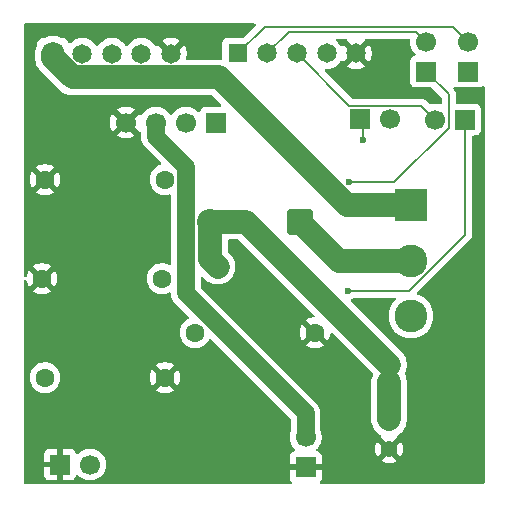
<source format=gbr>
%TF.GenerationSoftware,KiCad,Pcbnew,9.0.2*%
%TF.CreationDate,2025-11-02T21:54:50+09:00*%
%TF.ProjectId,kicad2026_3_,6b696361-6432-4303-9236-5f338e2e6b69,rev?*%
%TF.SameCoordinates,Original*%
%TF.FileFunction,Copper,L1,Top*%
%TF.FilePolarity,Positive*%
%FSLAX46Y46*%
G04 Gerber Fmt 4.6, Leading zero omitted, Abs format (unit mm)*
G04 Created by KiCad (PCBNEW 9.0.2) date 2025-11-02 21:54:50*
%MOMM*%
%LPD*%
G01*
G04 APERTURE LIST*
G04 Aperture macros list*
%AMRoundRect*
0 Rectangle with rounded corners*
0 $1 Rounding radius*
0 $2 $3 $4 $5 $6 $7 $8 $9 X,Y pos of 4 corners*
0 Add a 4 corners polygon primitive as box body*
4,1,4,$2,$3,$4,$5,$6,$7,$8,$9,$2,$3,0*
0 Add four circle primitives for the rounded corners*
1,1,$1+$1,$2,$3*
1,1,$1+$1,$4,$5*
1,1,$1+$1,$6,$7*
1,1,$1+$1,$8,$9*
0 Add four rect primitives between the rounded corners*
20,1,$1+$1,$2,$3,$4,$5,0*
20,1,$1+$1,$4,$5,$6,$7,0*
20,1,$1+$1,$6,$7,$8,$9,0*
20,1,$1+$1,$8,$9,$2,$3,0*%
G04 Aperture macros list end*
%TA.AperFunction,ComponentPad*%
%ADD10R,1.700000X1.700000*%
%TD*%
%TA.AperFunction,ComponentPad*%
%ADD11C,1.700000*%
%TD*%
%TA.AperFunction,ComponentPad*%
%ADD12R,1.650000X1.650000*%
%TD*%
%TA.AperFunction,ComponentPad*%
%ADD13C,1.650000*%
%TD*%
%TA.AperFunction,ComponentPad*%
%ADD14C,1.600000*%
%TD*%
%TA.AperFunction,ComponentPad*%
%ADD15R,1.400000X1.400000*%
%TD*%
%TA.AperFunction,ComponentPad*%
%ADD16C,1.400000*%
%TD*%
%TA.AperFunction,ComponentPad*%
%ADD17R,2.775000X2.775000*%
%TD*%
%TA.AperFunction,ComponentPad*%
%ADD18C,2.775000*%
%TD*%
%TA.AperFunction,ComponentPad*%
%ADD19RoundRect,0.249999X0.850001X0.850001X-0.850001X0.850001X-0.850001X-0.850001X0.850001X-0.850001X0*%
%TD*%
%TA.AperFunction,ComponentPad*%
%ADD20C,2.200000*%
%TD*%
%TA.AperFunction,ViaPad*%
%ADD21C,0.600000*%
%TD*%
%TA.AperFunction,Conductor*%
%ADD22C,1.500000*%
%TD*%
%TA.AperFunction,Conductor*%
%ADD23C,0.200000*%
%TD*%
%TA.AperFunction,Conductor*%
%ADD24C,2.000000*%
%TD*%
G04 APERTURE END LIST*
D10*
%TO.P,D3,1,K*%
%TO.N,Net-(D3-K)*%
X146070000Y-61443000D03*
D11*
%TO.P,D3,2,A*%
%TO.N,LED4*%
X148610000Y-61443000D03*
%TD*%
D12*
%TO.P,J2,1,Pin_1*%
%TO.N,7.4V*%
X120048000Y-55880000D03*
D13*
%TO.P,J2,2,Pin_2*%
%TO.N,5V*%
X122548000Y-55880000D03*
%TO.P,J2,3,Pin_3*%
%TO.N,SCL3*%
X125048000Y-55880000D03*
%TO.P,J2,4,Pin_4*%
%TO.N,SDA3*%
X127548000Y-55880000D03*
%TO.P,J2,5,Pin_5*%
%TO.N,GND*%
X130048000Y-55880000D03*
%TD*%
D10*
%TO.P,J15,1,Pin_1*%
%TO.N,SDA3*%
X133848000Y-61722000D03*
D11*
%TO.P,J15,2,Pin_2*%
%TO.N,SCL3*%
X131308000Y-61722000D03*
%TO.P,J15,3,Pin_3*%
%TO.N,5V*%
X128768000Y-61722000D03*
%TO.P,J15,4,Pin_4*%
%TO.N,GND*%
X126228000Y-61722000D03*
%TD*%
D14*
%TO.P,R4,1*%
%TO.N,Net-(D4-K)*%
X132080000Y-79502000D03*
%TO.P,R4,2*%
%TO.N,GND*%
X142240000Y-79502000D03*
%TD*%
D10*
%TO.P,J12,1,Pin_1*%
%TO.N,GND*%
X120650000Y-90678000D03*
D11*
%TO.P,J12,2,Pin_2*%
%TO.N,Net-(D7-A)*%
X123190000Y-90678000D03*
%TD*%
D10*
%TO.P,D5,1,K*%
%TO.N,Net-(D5-K)*%
X151638000Y-57404000D03*
D11*
%TO.P,D5,2,A*%
%TO.N,LED2*%
X151638000Y-54864000D03*
%TD*%
D15*
%TO.P,J1,1,Pin_1*%
%TO.N,Net-(D7-A)*%
X148518000Y-86863000D03*
D16*
%TO.P,J1,2,Pin_2*%
%TO.N,GND*%
X148518000Y-89363000D03*
%TD*%
D10*
%TO.P,D2,1,K*%
%TO.N,GND*%
X141453000Y-90912000D03*
D11*
%TO.P,D2,2,A*%
%TO.N,5V*%
X141453000Y-88372000D03*
%TD*%
D14*
%TO.P,R5,1*%
%TO.N,Net-(D3-K)*%
X119380000Y-83312000D03*
%TO.P,R5,2*%
%TO.N,GND*%
X129540000Y-83312000D03*
%TD*%
%TO.P,R1,1*%
%TO.N,GND*%
X119380000Y-66548000D03*
%TO.P,R1,2*%
%TO.N,Net-(D6-K)*%
X129540000Y-66548000D03*
%TD*%
%TO.P,R3,1*%
%TO.N,GND*%
X119126000Y-74930000D03*
%TO.P,R3,2*%
%TO.N,Net-(D5-K)*%
X129286000Y-74930000D03*
%TD*%
D12*
%TO.P,J3,1,Pin_1*%
%TO.N,LED1*%
X135716000Y-55863000D03*
D13*
%TO.P,J3,2,Pin_2*%
%TO.N,LED2*%
X138216000Y-55863000D03*
%TO.P,J3,3,Pin_3*%
%TO.N,LED3*%
X140716000Y-55863000D03*
%TO.P,J3,4,Pin_4*%
%TO.N,LED4*%
X143216000Y-55863000D03*
%TO.P,J3,5,Pin_5*%
%TO.N,GND*%
X145716000Y-55863000D03*
%TD*%
D10*
%TO.P,D4,1,K*%
%TO.N,Net-(D4-K)*%
X154940000Y-61468000D03*
D11*
%TO.P,D4,2,A*%
%TO.N,LED3*%
X152400000Y-61468000D03*
%TD*%
D17*
%TO.P,SW2,1,A*%
%TO.N,7.4V*%
X150368000Y-68706000D03*
D18*
%TO.P,SW2,2,B*%
%TO.N,+BATT*%
X150368000Y-73406000D03*
%TO.P,SW2,3,C*%
%TO.N,unconnected-(SW2-C-Pad3)*%
X150368000Y-78106000D03*
%TD*%
D10*
%TO.P,D6,1,K*%
%TO.N,Net-(D6-K)*%
X155194000Y-57404000D03*
D11*
%TO.P,D6,2,A*%
%TO.N,LED1*%
X155194000Y-54864000D03*
%TD*%
D19*
%TO.P,D7,1,K*%
%TO.N,+BATT*%
X140970000Y-70104000D03*
D20*
%TO.P,D7,2,A*%
%TO.N,Net-(D7-A)*%
X133350000Y-70104000D03*
%TD*%
D21*
%TO.N,GND*%
X134874000Y-54102000D03*
%TO.N,Net-(D3-K)*%
X146304000Y-63194000D03*
%TO.N,Net-(D4-K)*%
X145034000Y-75946000D03*
%TO.N,Net-(D5-K)*%
X145092661Y-66743339D03*
%TO.N,Net-(D7-A)*%
X134112000Y-73914000D03*
%TD*%
D22*
%TO.N,5V*%
X131299000Y-65455081D02*
X128768000Y-62924081D01*
X128768000Y-62924081D02*
X128768000Y-61722000D01*
X131299000Y-76181000D02*
X141453000Y-86335000D01*
X131299000Y-76181000D02*
X131299000Y-65455081D01*
X141453000Y-86335000D02*
X141453000Y-88372000D01*
D23*
%TO.N,Net-(D3-K)*%
X146304000Y-61677000D02*
X146070000Y-61443000D01*
X146304000Y-63194000D02*
X146304000Y-61677000D01*
%TO.N,LED3*%
X151224000Y-60292000D02*
X145145000Y-60292000D01*
X145145000Y-60292000D02*
X140716000Y-55863000D01*
X152400000Y-61468000D02*
X151224000Y-60292000D01*
%TO.N,Net-(D4-K)*%
X154940000Y-71221900D02*
X150215900Y-75946000D01*
X154940000Y-61468000D02*
X154940000Y-71221900D01*
X150215900Y-75946000D02*
X145034000Y-75946000D01*
%TO.N,LED2*%
X151638000Y-54864000D02*
X150788000Y-54014000D01*
X150788000Y-54014000D02*
X140065000Y-54014000D01*
X140065000Y-54014000D02*
X138216000Y-55863000D01*
%TO.N,Net-(D5-K)*%
X151638000Y-57404000D02*
X153551000Y-59317000D01*
X153551000Y-59317000D02*
X153551000Y-62146000D01*
X153551000Y-62146000D02*
X148953661Y-66743339D01*
X148953661Y-66743339D02*
X145092661Y-66743339D01*
%TO.N,LED1*%
X155194000Y-54864000D02*
X153943000Y-53613000D01*
X153943000Y-53613000D02*
X137966000Y-53613000D01*
X137966000Y-53613000D02*
X135716000Y-55863000D01*
D24*
%TO.N,+BATT*%
X144272000Y-73406000D02*
X140970000Y-70104000D01*
X150368000Y-73406000D02*
X144272000Y-73406000D01*
D23*
%TO.N,Net-(D7-A)*%
X148518000Y-82224000D02*
X148518000Y-83716366D01*
D24*
X148518000Y-83716366D02*
X148518000Y-86863000D01*
X136398000Y-70104000D02*
X148518000Y-82224000D01*
X133992420Y-73914000D02*
X133350000Y-73271580D01*
X133350000Y-73271580D02*
X133350000Y-70104000D01*
X133350000Y-70104000D02*
X136398000Y-70104000D01*
D23*
X134112000Y-73914000D02*
X133992420Y-73914000D01*
D24*
%TO.N,7.4V*%
X120048000Y-56245197D02*
X120048000Y-55880000D01*
X134134000Y-57906000D02*
X121708803Y-57906000D01*
X144934000Y-68706000D02*
X134134000Y-57906000D01*
X121708803Y-57906000D02*
X120048000Y-56245197D01*
X150368000Y-68706000D02*
X144934000Y-68706000D01*
%TD*%
%TA.AperFunction,Conductor*%
%TO.N,GND*%
G36*
X137164941Y-53352185D02*
G01*
X137210696Y-53404989D01*
X137220640Y-53474147D01*
X137191615Y-53537703D01*
X137185583Y-53544181D01*
X136228582Y-54501181D01*
X136167259Y-54534666D01*
X136140901Y-54537500D01*
X134843129Y-54537500D01*
X134843123Y-54537501D01*
X134783516Y-54543908D01*
X134648671Y-54594202D01*
X134648664Y-54594206D01*
X134533455Y-54680452D01*
X134533452Y-54680455D01*
X134447206Y-54795664D01*
X134447202Y-54795671D01*
X134396908Y-54930517D01*
X134390501Y-54990116D01*
X134390500Y-54990135D01*
X134390500Y-56282250D01*
X134370815Y-56349289D01*
X134318011Y-56395044D01*
X134256778Y-56405868D01*
X134252099Y-56405500D01*
X134252092Y-56405500D01*
X131441114Y-56405500D01*
X131374075Y-56385815D01*
X131328320Y-56333011D01*
X131318376Y-56263853D01*
X131323183Y-56243182D01*
X131340373Y-56190276D01*
X131340373Y-56190273D01*
X131373000Y-55984279D01*
X131373000Y-55775720D01*
X131340373Y-55569727D01*
X131275924Y-55371372D01*
X131181244Y-55185556D01*
X131181236Y-55185543D01*
X131145372Y-55136180D01*
X131145371Y-55136179D01*
X130571787Y-55709764D01*
X130560518Y-55667708D01*
X130488110Y-55542292D01*
X130385708Y-55439890D01*
X130260292Y-55367482D01*
X130218233Y-55356212D01*
X130791819Y-54782627D01*
X130742451Y-54746759D01*
X130556627Y-54652075D01*
X130358272Y-54587626D01*
X130152279Y-54555000D01*
X129943721Y-54555000D01*
X129737727Y-54587626D01*
X129539372Y-54652075D01*
X129353552Y-54746757D01*
X129304180Y-54782627D01*
X129877766Y-55356212D01*
X129835708Y-55367482D01*
X129710292Y-55439890D01*
X129607890Y-55542292D01*
X129535482Y-55667708D01*
X129524212Y-55709765D01*
X128950627Y-55136180D01*
X128914755Y-55185555D01*
X128914754Y-55185556D01*
X128908764Y-55197313D01*
X128860788Y-55248108D01*
X128792967Y-55264901D01*
X128726832Y-55242361D01*
X128687795Y-55197308D01*
X128681670Y-55185286D01*
X128559035Y-55016495D01*
X128411505Y-54868965D01*
X128242714Y-54746330D01*
X128056820Y-54651612D01*
X127858389Y-54587137D01*
X127652324Y-54554500D01*
X127652319Y-54554500D01*
X127443681Y-54554500D01*
X127443676Y-54554500D01*
X127237610Y-54587137D01*
X127039179Y-54651612D01*
X126853285Y-54746330D01*
X126684493Y-54868966D01*
X126536966Y-55016493D01*
X126414330Y-55185286D01*
X126408484Y-55196759D01*
X126360508Y-55247554D01*
X126292687Y-55264348D01*
X126226553Y-55241809D01*
X126187516Y-55196759D01*
X126186303Y-55194380D01*
X126181670Y-55185286D01*
X126059035Y-55016495D01*
X125911505Y-54868965D01*
X125742714Y-54746330D01*
X125556820Y-54651612D01*
X125358389Y-54587137D01*
X125152324Y-54554500D01*
X125152319Y-54554500D01*
X124943681Y-54554500D01*
X124943676Y-54554500D01*
X124737610Y-54587137D01*
X124539179Y-54651612D01*
X124353285Y-54746330D01*
X124184493Y-54868966D01*
X124036966Y-55016493D01*
X123914330Y-55185286D01*
X123908484Y-55196759D01*
X123860508Y-55247554D01*
X123792687Y-55264348D01*
X123726553Y-55241809D01*
X123687516Y-55196759D01*
X123686303Y-55194380D01*
X123681670Y-55185286D01*
X123559035Y-55016495D01*
X123411505Y-54868965D01*
X123242714Y-54746330D01*
X123056820Y-54651612D01*
X122858389Y-54587137D01*
X122652324Y-54554500D01*
X122652319Y-54554500D01*
X122443681Y-54554500D01*
X122443676Y-54554500D01*
X122237610Y-54587137D01*
X122039179Y-54651612D01*
X121853285Y-54746330D01*
X121684496Y-54868964D01*
X121568411Y-54985049D01*
X121507088Y-55018533D01*
X121437396Y-55013549D01*
X121381463Y-54971677D01*
X121364548Y-54940699D01*
X121316798Y-54812673D01*
X121316793Y-54812664D01*
X121230547Y-54697455D01*
X121230544Y-54697452D01*
X121115335Y-54611206D01*
X121115328Y-54611202D01*
X120980482Y-54560908D01*
X120980483Y-54560908D01*
X120920883Y-54554501D01*
X120920881Y-54554500D01*
X120920873Y-54554500D01*
X120920865Y-54554500D01*
X120781465Y-54554500D01*
X120725170Y-54540985D01*
X120718332Y-54537501D01*
X120679697Y-54517815D01*
X120623996Y-54489433D01*
X120399368Y-54416446D01*
X120166097Y-54379500D01*
X120166092Y-54379500D01*
X119929908Y-54379500D01*
X119929903Y-54379500D01*
X119696630Y-54416447D01*
X119696627Y-54416447D01*
X119472011Y-54489430D01*
X119472010Y-54489430D01*
X119370827Y-54540985D01*
X119314534Y-54554500D01*
X119175130Y-54554500D01*
X119175123Y-54554501D01*
X119115516Y-54560908D01*
X118980671Y-54611202D01*
X118980664Y-54611206D01*
X118865455Y-54697452D01*
X118865452Y-54697455D01*
X118779206Y-54812664D01*
X118779202Y-54812671D01*
X118728908Y-54947517D01*
X118722501Y-55007116D01*
X118722500Y-55007135D01*
X118722500Y-55146533D01*
X118708985Y-55202827D01*
X118657434Y-55304000D01*
X118584446Y-55528631D01*
X118547500Y-55761902D01*
X118547500Y-56363294D01*
X118584446Y-56596565D01*
X118657433Y-56821193D01*
X118764657Y-57031631D01*
X118903483Y-57222707D01*
X120731293Y-59050517D01*
X120922369Y-59189343D01*
X121132811Y-59296568D01*
X121357434Y-59369553D01*
X121444912Y-59383408D01*
X121590706Y-59406500D01*
X121590711Y-59406500D01*
X121826895Y-59406500D01*
X133461111Y-59406500D01*
X133528150Y-59426185D01*
X133548792Y-59442819D01*
X134265792Y-60159819D01*
X134299277Y-60221142D01*
X134294293Y-60290834D01*
X134252421Y-60346767D01*
X134186957Y-60371184D01*
X134178111Y-60371500D01*
X132950129Y-60371500D01*
X132950123Y-60371501D01*
X132890516Y-60377908D01*
X132755671Y-60428202D01*
X132755664Y-60428206D01*
X132640455Y-60514452D01*
X132640452Y-60514455D01*
X132554206Y-60629664D01*
X132554203Y-60629669D01*
X132505189Y-60761083D01*
X132463317Y-60817016D01*
X132397853Y-60841433D01*
X132329580Y-60826581D01*
X132301326Y-60805430D01*
X132187786Y-60691890D01*
X132015820Y-60566951D01*
X131826414Y-60470444D01*
X131826413Y-60470443D01*
X131826412Y-60470443D01*
X131624243Y-60404754D01*
X131624241Y-60404753D01*
X131624240Y-60404753D01*
X131462957Y-60379208D01*
X131414287Y-60371500D01*
X131201713Y-60371500D01*
X131153042Y-60379208D01*
X130991760Y-60404753D01*
X130789585Y-60470444D01*
X130600179Y-60566951D01*
X130428213Y-60691890D01*
X130277890Y-60842213D01*
X130152949Y-61014182D01*
X130148484Y-61022946D01*
X130100509Y-61073742D01*
X130032688Y-61090536D01*
X129966553Y-61067998D01*
X129927516Y-61022946D01*
X129923050Y-61014182D01*
X129798109Y-60842213D01*
X129647786Y-60691890D01*
X129475820Y-60566951D01*
X129286414Y-60470444D01*
X129286413Y-60470443D01*
X129286412Y-60470443D01*
X129084243Y-60404754D01*
X129084241Y-60404753D01*
X129084240Y-60404753D01*
X128922957Y-60379208D01*
X128874287Y-60371500D01*
X128661713Y-60371500D01*
X128613042Y-60379208D01*
X128451760Y-60404753D01*
X128249585Y-60470444D01*
X128060179Y-60566951D01*
X127888213Y-60691890D01*
X127737890Y-60842213D01*
X127612949Y-61014182D01*
X127608202Y-61023499D01*
X127560227Y-61074293D01*
X127492405Y-61091087D01*
X127426271Y-61068548D01*
X127387234Y-61023495D01*
X127382626Y-61014452D01*
X127343270Y-60960282D01*
X127343269Y-60960282D01*
X126710962Y-61592590D01*
X126693925Y-61529007D01*
X126628099Y-61414993D01*
X126535007Y-61321901D01*
X126420993Y-61256075D01*
X126357409Y-61239037D01*
X126989716Y-60606728D01*
X126935550Y-60567375D01*
X126746217Y-60470904D01*
X126544129Y-60405242D01*
X126334246Y-60372000D01*
X126121754Y-60372000D01*
X125911872Y-60405242D01*
X125911869Y-60405242D01*
X125709782Y-60470904D01*
X125520439Y-60567380D01*
X125466282Y-60606727D01*
X125466282Y-60606728D01*
X126098591Y-61239037D01*
X126035007Y-61256075D01*
X125920993Y-61321901D01*
X125827901Y-61414993D01*
X125762075Y-61529007D01*
X125745037Y-61592591D01*
X125112728Y-60960282D01*
X125112727Y-60960282D01*
X125073380Y-61014439D01*
X124976904Y-61203782D01*
X124911242Y-61405869D01*
X124911242Y-61405872D01*
X124878000Y-61615753D01*
X124878000Y-61828246D01*
X124911242Y-62038127D01*
X124911242Y-62038130D01*
X124976904Y-62240217D01*
X125073375Y-62429550D01*
X125112728Y-62483716D01*
X125745037Y-61851408D01*
X125762075Y-61914993D01*
X125827901Y-62029007D01*
X125920993Y-62122099D01*
X126035007Y-62187925D01*
X126098590Y-62204962D01*
X125466282Y-62837269D01*
X125466282Y-62837270D01*
X125520449Y-62876624D01*
X125709782Y-62973095D01*
X125911870Y-63038757D01*
X126121754Y-63072000D01*
X126334246Y-63072000D01*
X126544127Y-63038757D01*
X126544130Y-63038757D01*
X126746217Y-62973095D01*
X126935554Y-62876622D01*
X126989716Y-62837270D01*
X126989717Y-62837270D01*
X126357408Y-62204962D01*
X126420993Y-62187925D01*
X126535007Y-62122099D01*
X126628099Y-62029007D01*
X126693925Y-61914993D01*
X126710962Y-61851408D01*
X127343269Y-62483716D01*
X127383771Y-62480529D01*
X127452148Y-62494893D01*
X127501905Y-62543944D01*
X127517500Y-62604147D01*
X127517500Y-63022503D01*
X127548290Y-63216907D01*
X127609117Y-63404111D01*
X127695259Y-63573172D01*
X127698476Y-63579486D01*
X127814172Y-63738727D01*
X127814174Y-63738729D01*
X129182579Y-65107134D01*
X129216064Y-65168457D01*
X129211080Y-65238149D01*
X129169208Y-65294082D01*
X129133218Y-65312745D01*
X129104513Y-65322072D01*
X129040776Y-65342781D01*
X128858386Y-65435715D01*
X128692786Y-65556028D01*
X128548028Y-65700786D01*
X128427715Y-65866386D01*
X128334781Y-66048776D01*
X128271522Y-66243465D01*
X128239500Y-66445648D01*
X128239500Y-66650351D01*
X128271522Y-66852534D01*
X128334781Y-67047223D01*
X128398691Y-67172653D01*
X128427585Y-67229359D01*
X128427715Y-67229613D01*
X128548028Y-67395213D01*
X128692786Y-67539971D01*
X128813226Y-67627474D01*
X128858390Y-67660287D01*
X128974607Y-67719503D01*
X129040776Y-67753218D01*
X129040778Y-67753218D01*
X129040781Y-67753220D01*
X129145137Y-67787127D01*
X129235465Y-67816477D01*
X129336557Y-67832488D01*
X129437648Y-67848500D01*
X129437649Y-67848500D01*
X129642351Y-67848500D01*
X129642352Y-67848500D01*
X129844534Y-67816477D01*
X129886181Y-67802944D01*
X129956022Y-67800950D01*
X130015855Y-67837030D01*
X130046684Y-67899730D01*
X130048500Y-67920876D01*
X130048500Y-73656578D01*
X130028815Y-73723617D01*
X129976011Y-73769372D01*
X129906853Y-73779316D01*
X129868206Y-73767063D01*
X129785226Y-73724782D01*
X129590534Y-73661522D01*
X129415995Y-73633878D01*
X129388352Y-73629500D01*
X129183648Y-73629500D01*
X129159329Y-73633351D01*
X128981465Y-73661522D01*
X128786776Y-73724781D01*
X128604386Y-73817715D01*
X128438786Y-73938028D01*
X128294028Y-74082786D01*
X128173715Y-74248386D01*
X128080781Y-74430776D01*
X128017522Y-74625465D01*
X127985500Y-74827648D01*
X127985500Y-75032351D01*
X128017522Y-75234534D01*
X128080781Y-75429223D01*
X128144691Y-75554653D01*
X128173585Y-75611359D01*
X128173715Y-75611613D01*
X128294028Y-75777213D01*
X128438786Y-75921971D01*
X128523499Y-75983517D01*
X128604390Y-76042287D01*
X128703796Y-76092937D01*
X128786776Y-76135218D01*
X128786778Y-76135218D01*
X128786781Y-76135220D01*
X128873578Y-76163422D01*
X128981465Y-76198477D01*
X129082557Y-76214488D01*
X129183648Y-76230500D01*
X129183649Y-76230500D01*
X129388351Y-76230500D01*
X129388352Y-76230500D01*
X129590534Y-76198477D01*
X129785219Y-76135220D01*
X129785224Y-76135217D01*
X129785228Y-76135216D01*
X129868205Y-76092937D01*
X129936874Y-76080040D01*
X130001614Y-76106316D01*
X130041872Y-76163422D01*
X130048500Y-76203421D01*
X130048500Y-76279422D01*
X130079290Y-76473826D01*
X130140117Y-76661030D01*
X130223865Y-76825393D01*
X130229476Y-76836405D01*
X130345172Y-76995646D01*
X130345174Y-76995648D01*
X131503506Y-78153980D01*
X131536991Y-78215303D01*
X131532007Y-78284995D01*
X131490135Y-78340928D01*
X131472123Y-78352143D01*
X131442413Y-78367281D01*
X131398385Y-78389715D01*
X131232786Y-78510028D01*
X131088028Y-78654786D01*
X130967715Y-78820386D01*
X130874781Y-79002776D01*
X130811522Y-79197465D01*
X130779500Y-79399648D01*
X130779500Y-79604351D01*
X130811522Y-79806534D01*
X130874781Y-80001223D01*
X130938691Y-80126653D01*
X130967585Y-80183359D01*
X130967715Y-80183613D01*
X131088028Y-80349213D01*
X131232786Y-80493971D01*
X131353226Y-80581474D01*
X131398390Y-80614287D01*
X131514607Y-80673503D01*
X131580776Y-80707218D01*
X131580778Y-80707218D01*
X131580781Y-80707220D01*
X131685137Y-80741127D01*
X131775465Y-80770477D01*
X131876557Y-80786488D01*
X131977648Y-80802500D01*
X131977649Y-80802500D01*
X132182351Y-80802500D01*
X132182352Y-80802500D01*
X132384534Y-80770477D01*
X132579219Y-80707220D01*
X132761610Y-80614287D01*
X132854590Y-80546732D01*
X132927213Y-80493971D01*
X132927215Y-80493968D01*
X132927219Y-80493966D01*
X133071966Y-80349219D01*
X133071968Y-80349215D01*
X133071971Y-80349213D01*
X133192284Y-80183614D01*
X133192285Y-80183613D01*
X133192287Y-80183610D01*
X133229854Y-80109879D01*
X133277828Y-80059084D01*
X133345649Y-80042289D01*
X133411784Y-80064826D01*
X133428020Y-80078494D01*
X140166181Y-86816655D01*
X140199666Y-86877978D01*
X140202500Y-86904336D01*
X140202500Y-87830696D01*
X140196431Y-87869014D01*
X140135753Y-88055760D01*
X140102500Y-88265713D01*
X140102500Y-88478286D01*
X140135753Y-88688239D01*
X140201444Y-88890414D01*
X140297951Y-89079820D01*
X140422890Y-89251786D01*
X140536818Y-89365714D01*
X140570303Y-89427037D01*
X140565319Y-89496729D01*
X140523447Y-89552662D01*
X140492471Y-89569577D01*
X140360912Y-89618646D01*
X140360906Y-89618649D01*
X140245812Y-89704809D01*
X140245809Y-89704812D01*
X140159649Y-89819906D01*
X140159645Y-89819913D01*
X140109403Y-89954620D01*
X140109401Y-89954627D01*
X140103000Y-90014155D01*
X140103000Y-90662000D01*
X141019988Y-90662000D01*
X140987075Y-90719007D01*
X140953000Y-90846174D01*
X140953000Y-90977826D01*
X140987075Y-91104993D01*
X141019988Y-91162000D01*
X140103000Y-91162000D01*
X140103000Y-91809844D01*
X140109401Y-91869372D01*
X140109403Y-91869379D01*
X140159645Y-92004086D01*
X140159649Y-92004093D01*
X140245809Y-92119187D01*
X140246441Y-92119819D01*
X140246868Y-92120602D01*
X140251125Y-92126288D01*
X140250307Y-92126899D01*
X140279926Y-92181142D01*
X140274942Y-92250834D01*
X140233070Y-92306767D01*
X140167606Y-92331184D01*
X140158760Y-92331500D01*
X117718500Y-92331500D01*
X117651461Y-92311815D01*
X117605706Y-92259011D01*
X117594500Y-92207500D01*
X117594500Y-89780155D01*
X119300000Y-89780155D01*
X119300000Y-90428000D01*
X120216988Y-90428000D01*
X120184075Y-90485007D01*
X120150000Y-90612174D01*
X120150000Y-90743826D01*
X120184075Y-90870993D01*
X120216988Y-90928000D01*
X119300000Y-90928000D01*
X119300000Y-91575844D01*
X119306401Y-91635372D01*
X119306403Y-91635379D01*
X119356645Y-91770086D01*
X119356649Y-91770093D01*
X119442809Y-91885187D01*
X119442812Y-91885190D01*
X119557906Y-91971350D01*
X119557913Y-91971354D01*
X119692620Y-92021596D01*
X119692627Y-92021598D01*
X119752155Y-92027999D01*
X119752172Y-92028000D01*
X120400000Y-92028000D01*
X120400000Y-91111012D01*
X120457007Y-91143925D01*
X120584174Y-91178000D01*
X120715826Y-91178000D01*
X120842993Y-91143925D01*
X120900000Y-91111012D01*
X120900000Y-92028000D01*
X121547828Y-92028000D01*
X121547844Y-92027999D01*
X121607372Y-92021598D01*
X121607379Y-92021596D01*
X121742086Y-91971354D01*
X121742093Y-91971350D01*
X121857187Y-91885190D01*
X121857190Y-91885187D01*
X121943350Y-91770093D01*
X121943354Y-91770086D01*
X121992422Y-91638529D01*
X122034293Y-91582595D01*
X122099757Y-91558178D01*
X122168030Y-91573030D01*
X122196285Y-91594181D01*
X122310213Y-91708109D01*
X122482179Y-91833048D01*
X122482181Y-91833049D01*
X122482184Y-91833051D01*
X122671588Y-91929557D01*
X122873757Y-91995246D01*
X123083713Y-92028500D01*
X123083714Y-92028500D01*
X123296286Y-92028500D01*
X123296287Y-92028500D01*
X123506243Y-91995246D01*
X123708412Y-91929557D01*
X123897816Y-91833051D01*
X123984471Y-91770093D01*
X124069786Y-91708109D01*
X124069788Y-91708106D01*
X124069792Y-91708104D01*
X124220104Y-91557792D01*
X124220106Y-91557788D01*
X124220109Y-91557786D01*
X124345048Y-91385820D01*
X124345047Y-91385820D01*
X124345051Y-91385816D01*
X124441557Y-91196412D01*
X124507246Y-90994243D01*
X124540500Y-90784287D01*
X124540500Y-90571713D01*
X124507246Y-90361757D01*
X124441557Y-90159588D01*
X124345051Y-89970184D01*
X124345049Y-89970181D01*
X124345048Y-89970179D01*
X124220109Y-89798213D01*
X124069786Y-89647890D01*
X123897820Y-89522951D01*
X123708414Y-89426444D01*
X123708413Y-89426443D01*
X123708412Y-89426443D01*
X123506243Y-89360754D01*
X123506241Y-89360753D01*
X123506240Y-89360753D01*
X123344957Y-89335208D01*
X123296287Y-89327500D01*
X123083713Y-89327500D01*
X123035042Y-89335208D01*
X122873760Y-89360753D01*
X122671585Y-89426444D01*
X122482179Y-89522951D01*
X122310215Y-89647889D01*
X122196285Y-89761819D01*
X122134962Y-89795303D01*
X122065270Y-89790319D01*
X122009337Y-89748447D01*
X121992422Y-89717470D01*
X121943354Y-89585913D01*
X121943350Y-89585906D01*
X121857190Y-89470812D01*
X121857187Y-89470809D01*
X121742093Y-89384649D01*
X121742086Y-89384645D01*
X121607379Y-89334403D01*
X121607372Y-89334401D01*
X121547844Y-89328000D01*
X120900000Y-89328000D01*
X120900000Y-90244988D01*
X120842993Y-90212075D01*
X120715826Y-90178000D01*
X120584174Y-90178000D01*
X120457007Y-90212075D01*
X120400000Y-90244988D01*
X120400000Y-89328000D01*
X119752155Y-89328000D01*
X119692627Y-89334401D01*
X119692620Y-89334403D01*
X119557913Y-89384645D01*
X119557906Y-89384649D01*
X119442812Y-89470809D01*
X119442809Y-89470812D01*
X119356649Y-89585906D01*
X119356645Y-89585913D01*
X119306403Y-89720620D01*
X119306401Y-89720627D01*
X119300000Y-89780155D01*
X117594500Y-89780155D01*
X117594500Y-83209648D01*
X118079500Y-83209648D01*
X118079500Y-83414351D01*
X118111522Y-83616534D01*
X118174781Y-83811223D01*
X118238691Y-83936653D01*
X118267585Y-83993359D01*
X118267715Y-83993613D01*
X118388028Y-84159213D01*
X118532786Y-84303971D01*
X118653226Y-84391474D01*
X118698390Y-84424287D01*
X118814607Y-84483503D01*
X118880776Y-84517218D01*
X118880778Y-84517218D01*
X118880781Y-84517220D01*
X118985137Y-84551127D01*
X119075465Y-84580477D01*
X119176557Y-84596488D01*
X119277648Y-84612500D01*
X119277649Y-84612500D01*
X119482351Y-84612500D01*
X119482352Y-84612500D01*
X119684534Y-84580477D01*
X119879219Y-84517220D01*
X120061610Y-84424287D01*
X120154590Y-84356732D01*
X120227213Y-84303971D01*
X120227215Y-84303968D01*
X120227219Y-84303966D01*
X120371966Y-84159219D01*
X120371968Y-84159215D01*
X120371971Y-84159213D01*
X120424732Y-84086590D01*
X120492287Y-83993610D01*
X120585220Y-83811219D01*
X120648477Y-83616534D01*
X120680500Y-83414352D01*
X120680500Y-83209682D01*
X128240000Y-83209682D01*
X128240000Y-83414317D01*
X128272009Y-83616417D01*
X128335244Y-83811031D01*
X128428141Y-83993350D01*
X128428147Y-83993359D01*
X128460523Y-84037921D01*
X128460524Y-84037922D01*
X129140000Y-83358446D01*
X129140000Y-83364661D01*
X129167259Y-83466394D01*
X129219920Y-83557606D01*
X129294394Y-83632080D01*
X129385606Y-83684741D01*
X129487339Y-83712000D01*
X129493553Y-83712000D01*
X128814076Y-84391474D01*
X128858650Y-84423859D01*
X129040968Y-84516755D01*
X129235582Y-84579990D01*
X129437683Y-84612000D01*
X129642317Y-84612000D01*
X129844417Y-84579990D01*
X130039031Y-84516755D01*
X130221349Y-84423859D01*
X130265921Y-84391474D01*
X129586447Y-83712000D01*
X129592661Y-83712000D01*
X129694394Y-83684741D01*
X129785606Y-83632080D01*
X129860080Y-83557606D01*
X129912741Y-83466394D01*
X129940000Y-83364661D01*
X129940000Y-83358447D01*
X130619474Y-84037921D01*
X130651859Y-83993349D01*
X130744755Y-83811031D01*
X130807990Y-83616417D01*
X130840000Y-83414317D01*
X130840000Y-83209682D01*
X130807990Y-83007582D01*
X130744755Y-82812968D01*
X130651859Y-82630650D01*
X130619474Y-82586077D01*
X130619474Y-82586076D01*
X129940000Y-83265551D01*
X129940000Y-83259339D01*
X129912741Y-83157606D01*
X129860080Y-83066394D01*
X129785606Y-82991920D01*
X129694394Y-82939259D01*
X129592661Y-82912000D01*
X129586446Y-82912000D01*
X130265922Y-82232524D01*
X130265921Y-82232523D01*
X130221359Y-82200147D01*
X130221350Y-82200141D01*
X130039031Y-82107244D01*
X129844417Y-82044009D01*
X129642317Y-82012000D01*
X129437683Y-82012000D01*
X129235582Y-82044009D01*
X129040968Y-82107244D01*
X128858644Y-82200143D01*
X128814077Y-82232523D01*
X128814077Y-82232524D01*
X129493554Y-82912000D01*
X129487339Y-82912000D01*
X129385606Y-82939259D01*
X129294394Y-82991920D01*
X129219920Y-83066394D01*
X129167259Y-83157606D01*
X129140000Y-83259339D01*
X129140000Y-83265553D01*
X128460524Y-82586077D01*
X128460523Y-82586077D01*
X128428143Y-82630644D01*
X128335244Y-82812968D01*
X128272009Y-83007582D01*
X128240000Y-83209682D01*
X120680500Y-83209682D01*
X120680500Y-83209648D01*
X120660787Y-83085185D01*
X120648477Y-83007465D01*
X120617458Y-82912000D01*
X120585220Y-82812781D01*
X120585218Y-82812778D01*
X120585218Y-82812776D01*
X120492419Y-82630650D01*
X120492287Y-82630390D01*
X120460092Y-82586077D01*
X120371971Y-82464786D01*
X120227213Y-82320028D01*
X120061613Y-82199715D01*
X120061612Y-82199714D01*
X120061610Y-82199713D01*
X120004653Y-82170691D01*
X119879223Y-82106781D01*
X119684534Y-82043522D01*
X119509995Y-82015878D01*
X119482352Y-82011500D01*
X119277648Y-82011500D01*
X119253329Y-82015351D01*
X119075465Y-82043522D01*
X118880776Y-82106781D01*
X118698386Y-82199715D01*
X118532786Y-82320028D01*
X118388028Y-82464786D01*
X118267715Y-82630386D01*
X118174781Y-82812776D01*
X118111522Y-83007465D01*
X118079500Y-83209648D01*
X117594500Y-83209648D01*
X117594500Y-75146249D01*
X117614185Y-75079210D01*
X117666989Y-75033455D01*
X117736147Y-75023511D01*
X117799703Y-75052536D01*
X117837477Y-75111314D01*
X117840973Y-75126851D01*
X117858009Y-75234417D01*
X117921244Y-75429031D01*
X118014141Y-75611350D01*
X118014147Y-75611359D01*
X118046523Y-75655921D01*
X118046524Y-75655922D01*
X118726000Y-74976446D01*
X118726000Y-74982661D01*
X118753259Y-75084394D01*
X118805920Y-75175606D01*
X118880394Y-75250080D01*
X118971606Y-75302741D01*
X119073339Y-75330000D01*
X119079553Y-75330000D01*
X118400076Y-76009474D01*
X118444650Y-76041859D01*
X118626968Y-76134755D01*
X118821582Y-76197990D01*
X119023683Y-76230000D01*
X119228317Y-76230000D01*
X119430417Y-76197990D01*
X119625031Y-76134755D01*
X119807349Y-76041859D01*
X119851921Y-76009474D01*
X119172447Y-75330000D01*
X119178661Y-75330000D01*
X119280394Y-75302741D01*
X119371606Y-75250080D01*
X119446080Y-75175606D01*
X119498741Y-75084394D01*
X119526000Y-74982661D01*
X119526000Y-74976447D01*
X120205474Y-75655921D01*
X120237859Y-75611349D01*
X120330755Y-75429031D01*
X120393990Y-75234417D01*
X120426000Y-75032317D01*
X120426000Y-74827682D01*
X120393990Y-74625582D01*
X120330755Y-74430968D01*
X120237859Y-74248650D01*
X120205474Y-74204077D01*
X120205474Y-74204076D01*
X119526000Y-74883551D01*
X119526000Y-74877339D01*
X119498741Y-74775606D01*
X119446080Y-74684394D01*
X119371606Y-74609920D01*
X119280394Y-74557259D01*
X119178661Y-74530000D01*
X119172446Y-74530000D01*
X119851922Y-73850524D01*
X119851921Y-73850523D01*
X119807359Y-73818147D01*
X119807350Y-73818141D01*
X119625031Y-73725244D01*
X119430417Y-73662009D01*
X119228317Y-73630000D01*
X119023683Y-73630000D01*
X118821582Y-73662009D01*
X118626968Y-73725244D01*
X118444644Y-73818143D01*
X118400077Y-73850523D01*
X118400077Y-73850524D01*
X119079554Y-74530000D01*
X119073339Y-74530000D01*
X118971606Y-74557259D01*
X118880394Y-74609920D01*
X118805920Y-74684394D01*
X118753259Y-74775606D01*
X118726000Y-74877339D01*
X118726000Y-74883553D01*
X118046524Y-74204077D01*
X118046523Y-74204077D01*
X118014143Y-74248644D01*
X117921244Y-74430968D01*
X117858009Y-74625582D01*
X117840973Y-74733148D01*
X117811044Y-74796283D01*
X117751732Y-74833214D01*
X117681870Y-74832216D01*
X117623637Y-74793606D01*
X117595523Y-74729642D01*
X117594500Y-74713750D01*
X117594500Y-66445682D01*
X118080000Y-66445682D01*
X118080000Y-66650317D01*
X118112009Y-66852417D01*
X118175244Y-67047031D01*
X118268141Y-67229350D01*
X118268147Y-67229359D01*
X118300523Y-67273921D01*
X118300524Y-67273922D01*
X118980000Y-66594446D01*
X118980000Y-66600661D01*
X119007259Y-66702394D01*
X119059920Y-66793606D01*
X119134394Y-66868080D01*
X119225606Y-66920741D01*
X119327339Y-66948000D01*
X119333553Y-66948000D01*
X118654076Y-67627474D01*
X118698650Y-67659859D01*
X118880968Y-67752755D01*
X119075582Y-67815990D01*
X119277683Y-67848000D01*
X119482317Y-67848000D01*
X119684417Y-67815990D01*
X119879031Y-67752755D01*
X120061349Y-67659859D01*
X120105921Y-67627474D01*
X119426447Y-66948000D01*
X119432661Y-66948000D01*
X119534394Y-66920741D01*
X119625606Y-66868080D01*
X119700080Y-66793606D01*
X119752741Y-66702394D01*
X119780000Y-66600661D01*
X119780000Y-66594448D01*
X120459474Y-67273922D01*
X120459474Y-67273921D01*
X120491859Y-67229349D01*
X120584755Y-67047031D01*
X120647990Y-66852417D01*
X120680000Y-66650317D01*
X120680000Y-66445682D01*
X120647990Y-66243582D01*
X120584755Y-66048968D01*
X120491859Y-65866650D01*
X120459474Y-65822077D01*
X120459474Y-65822076D01*
X119780000Y-66501551D01*
X119780000Y-66495339D01*
X119752741Y-66393606D01*
X119700080Y-66302394D01*
X119625606Y-66227920D01*
X119534394Y-66175259D01*
X119432661Y-66148000D01*
X119426446Y-66148000D01*
X120105922Y-65468524D01*
X120105921Y-65468523D01*
X120061359Y-65436147D01*
X120061350Y-65436141D01*
X119879031Y-65343244D01*
X119684417Y-65280009D01*
X119482317Y-65248000D01*
X119277683Y-65248000D01*
X119075582Y-65280009D01*
X118880968Y-65343244D01*
X118698644Y-65436143D01*
X118654077Y-65468523D01*
X118654077Y-65468524D01*
X119333554Y-66148000D01*
X119327339Y-66148000D01*
X119225606Y-66175259D01*
X119134394Y-66227920D01*
X119059920Y-66302394D01*
X119007259Y-66393606D01*
X118980000Y-66495339D01*
X118980000Y-66501553D01*
X118300524Y-65822077D01*
X118300523Y-65822077D01*
X118268143Y-65866644D01*
X118175244Y-66048968D01*
X118112009Y-66243582D01*
X118080000Y-66445682D01*
X117594500Y-66445682D01*
X117594500Y-53456500D01*
X117614185Y-53389461D01*
X117666989Y-53343706D01*
X117718500Y-53332500D01*
X137097902Y-53332500D01*
X137164941Y-53352185D01*
G37*
%TD.AperFunction*%
%TA.AperFunction,Conductor*%
G36*
X156528926Y-58606738D02*
G01*
X156578332Y-58656143D01*
X156593500Y-58715571D01*
X156593500Y-92207500D01*
X156573815Y-92274539D01*
X156521011Y-92320294D01*
X156469500Y-92331500D01*
X142747240Y-92331500D01*
X142680201Y-92311815D01*
X142634446Y-92259011D01*
X142624502Y-92189853D01*
X142653527Y-92126297D01*
X142659559Y-92119819D01*
X142660190Y-92119187D01*
X142746350Y-92004093D01*
X142746354Y-92004086D01*
X142796596Y-91869379D01*
X142796598Y-91869372D01*
X142802999Y-91809844D01*
X142803000Y-91809827D01*
X142803000Y-91162000D01*
X141886012Y-91162000D01*
X141918925Y-91104993D01*
X141953000Y-90977826D01*
X141953000Y-90846174D01*
X141918925Y-90719007D01*
X141886012Y-90662000D01*
X142803000Y-90662000D01*
X142803000Y-90014172D01*
X142802999Y-90014155D01*
X142796598Y-89954627D01*
X142796596Y-89954620D01*
X142746354Y-89819913D01*
X142746350Y-89819906D01*
X142660190Y-89704812D01*
X142660187Y-89704809D01*
X142545093Y-89618649D01*
X142545088Y-89618646D01*
X142413528Y-89569577D01*
X142357595Y-89527705D01*
X142333178Y-89462241D01*
X142348030Y-89393968D01*
X142369175Y-89365720D01*
X142483104Y-89251792D01*
X142528503Y-89189306D01*
X142549160Y-89160872D01*
X142608051Y-89079816D01*
X142704557Y-88890412D01*
X142770246Y-88688243D01*
X142803500Y-88478287D01*
X142803500Y-88265713D01*
X142770246Y-88055757D01*
X142709568Y-87869012D01*
X142703500Y-87830696D01*
X142703500Y-86236577D01*
X142672709Y-86042173D01*
X142611882Y-85854970D01*
X142522523Y-85679594D01*
X142406828Y-85520354D01*
X142267646Y-85381172D01*
X132585819Y-75699345D01*
X132552334Y-75638022D01*
X132549500Y-75611664D01*
X132549500Y-74892469D01*
X132569185Y-74825430D01*
X132621989Y-74779675D01*
X132691147Y-74769731D01*
X132754703Y-74798756D01*
X132761181Y-74804788D01*
X133014910Y-75058517D01*
X133205986Y-75197343D01*
X133283050Y-75236609D01*
X133416423Y-75304566D01*
X133416425Y-75304566D01*
X133416428Y-75304568D01*
X133502037Y-75332384D01*
X133641051Y-75377553D01*
X133874323Y-75414500D01*
X133874328Y-75414500D01*
X134110517Y-75414500D01*
X134343788Y-75377553D01*
X134568412Y-75304568D01*
X134778854Y-75197343D01*
X134969930Y-75058517D01*
X135136937Y-74891510D01*
X135275763Y-74700434D01*
X135382988Y-74489992D01*
X135455973Y-74265368D01*
X135458663Y-74248386D01*
X135492920Y-74032097D01*
X135492920Y-73795902D01*
X135455973Y-73562631D01*
X135382986Y-73338003D01*
X135275762Y-73127565D01*
X135136937Y-72936490D01*
X134886819Y-72686372D01*
X134853334Y-72625049D01*
X134850500Y-72598691D01*
X134850500Y-71728500D01*
X134870185Y-71661461D01*
X134922989Y-71615706D01*
X134974500Y-71604500D01*
X135725111Y-71604500D01*
X135792150Y-71624185D01*
X135812792Y-71640819D01*
X142169581Y-77997608D01*
X142203066Y-78058931D01*
X142198082Y-78128623D01*
X142156210Y-78184556D01*
X142101299Y-78207762D01*
X141935581Y-78234010D01*
X141740968Y-78297244D01*
X141558644Y-78390143D01*
X141514077Y-78422523D01*
X141514077Y-78422524D01*
X142193554Y-79102000D01*
X142187339Y-79102000D01*
X142085606Y-79129259D01*
X141994394Y-79181920D01*
X141919920Y-79256394D01*
X141867259Y-79347606D01*
X141840000Y-79449339D01*
X141840000Y-79455553D01*
X141160524Y-78776077D01*
X141160523Y-78776077D01*
X141128143Y-78820644D01*
X141035244Y-79002968D01*
X140972009Y-79197582D01*
X140940000Y-79399682D01*
X140940000Y-79604317D01*
X140972009Y-79806417D01*
X141035244Y-80001031D01*
X141128141Y-80183350D01*
X141128147Y-80183359D01*
X141160523Y-80227921D01*
X141160524Y-80227922D01*
X141840000Y-79548446D01*
X141840000Y-79554661D01*
X141867259Y-79656394D01*
X141919920Y-79747606D01*
X141994394Y-79822080D01*
X142085606Y-79874741D01*
X142187339Y-79902000D01*
X142193553Y-79902000D01*
X141514076Y-80581474D01*
X141558650Y-80613859D01*
X141740968Y-80706755D01*
X141935582Y-80769990D01*
X142137683Y-80802000D01*
X142342317Y-80802000D01*
X142544417Y-80769990D01*
X142739031Y-80706755D01*
X142921349Y-80613859D01*
X142965921Y-80581474D01*
X142286447Y-79902000D01*
X142292661Y-79902000D01*
X142394394Y-79874741D01*
X142485606Y-79822080D01*
X142560080Y-79747606D01*
X142612741Y-79656394D01*
X142640000Y-79554661D01*
X142640000Y-79548446D01*
X143319474Y-80227921D01*
X143351859Y-80183349D01*
X143444755Y-80001031D01*
X143507990Y-79806417D01*
X143534237Y-79640701D01*
X143564166Y-79577566D01*
X143623478Y-79540635D01*
X143693340Y-79541633D01*
X143744391Y-79572418D01*
X147126143Y-82954170D01*
X147159628Y-83015493D01*
X147154644Y-83085185D01*
X147148948Y-83098144D01*
X147127434Y-83140369D01*
X147054446Y-83364997D01*
X147017500Y-83598268D01*
X147017500Y-86981097D01*
X147054446Y-87214368D01*
X147127433Y-87438996D01*
X147234657Y-87649433D01*
X147373483Y-87840510D01*
X147540490Y-88007517D01*
X147731567Y-88146343D01*
X147800551Y-88181492D01*
X147851347Y-88229467D01*
X147868142Y-88297288D01*
X147867874Y-88301708D01*
X147863669Y-88355116D01*
X148429415Y-88920861D01*
X148344306Y-88943667D01*
X148241694Y-89002910D01*
X148157910Y-89086694D01*
X148098667Y-89189306D01*
X148075861Y-89274414D01*
X147510116Y-88708669D01*
X147510116Y-88708670D01*
X147491669Y-88734060D01*
X147405914Y-88902362D01*
X147347548Y-89081997D01*
X147318000Y-89268552D01*
X147318000Y-89457447D01*
X147347548Y-89644002D01*
X147405914Y-89823637D01*
X147491666Y-89991933D01*
X147510116Y-90017328D01*
X148075861Y-89451584D01*
X148098667Y-89536694D01*
X148157910Y-89639306D01*
X148241694Y-89723090D01*
X148344306Y-89782333D01*
X148429415Y-89805138D01*
X147863669Y-90370882D01*
X147863670Y-90370883D01*
X147889059Y-90389329D01*
X148057362Y-90475085D01*
X148236997Y-90533451D01*
X148423553Y-90563000D01*
X148612447Y-90563000D01*
X148799002Y-90533451D01*
X148978637Y-90475085D01*
X149146937Y-90389331D01*
X149172328Y-90370883D01*
X149172328Y-90370882D01*
X148606584Y-89805138D01*
X148691694Y-89782333D01*
X148794306Y-89723090D01*
X148878090Y-89639306D01*
X148937333Y-89536694D01*
X148960138Y-89451584D01*
X149525882Y-90017328D01*
X149525883Y-90017328D01*
X149544331Y-89991937D01*
X149630085Y-89823637D01*
X149688451Y-89644002D01*
X149718000Y-89457447D01*
X149718000Y-89268552D01*
X149688451Y-89081997D01*
X149630085Y-88902362D01*
X149544329Y-88734059D01*
X149525883Y-88708670D01*
X149525882Y-88708669D01*
X148960137Y-89274414D01*
X148937333Y-89189306D01*
X148878090Y-89086694D01*
X148794306Y-89002910D01*
X148691694Y-88943667D01*
X148606584Y-88920861D01*
X149172328Y-88355117D01*
X149168124Y-88301708D01*
X149182487Y-88233330D01*
X149231538Y-88183573D01*
X149235421Y-88181506D01*
X149304433Y-88146343D01*
X149495510Y-88007517D01*
X149662517Y-87840510D01*
X149801343Y-87649433D01*
X149908568Y-87438992D01*
X149981553Y-87214368D01*
X150018500Y-86981097D01*
X150018500Y-83598268D01*
X149981553Y-83364997D01*
X149947222Y-83259339D01*
X149908568Y-83140374D01*
X149908565Y-83140370D01*
X149908565Y-83140367D01*
X149850535Y-83026479D01*
X149837638Y-82957810D01*
X149850535Y-82913887D01*
X149851497Y-82912000D01*
X149908568Y-82799992D01*
X149981552Y-82575368D01*
X150000587Y-82455184D01*
X150018499Y-82342097D01*
X150018499Y-82105902D01*
X149997004Y-81970197D01*
X149981552Y-81872631D01*
X149908568Y-81648008D01*
X149801343Y-81437566D01*
X149662517Y-81246490D01*
X145302743Y-76886716D01*
X145269258Y-76825393D01*
X145274242Y-76755701D01*
X145316114Y-76699768D01*
X145342966Y-76684476D01*
X145413179Y-76655394D01*
X145467663Y-76618989D01*
X145544875Y-76567398D01*
X145611553Y-76546520D01*
X145613766Y-76546500D01*
X148958102Y-76546500D01*
X149025141Y-76566185D01*
X149070896Y-76618989D01*
X149080840Y-76688147D01*
X149051815Y-76751703D01*
X149045783Y-76758181D01*
X148945485Y-76858478D01*
X148945479Y-76858485D01*
X148794823Y-77054824D01*
X148794812Y-77054840D01*
X148671074Y-77269159D01*
X148671069Y-77269170D01*
X148576361Y-77497815D01*
X148512303Y-77736882D01*
X148480001Y-77982243D01*
X148480000Y-77982260D01*
X148480000Y-78229739D01*
X148480001Y-78229756D01*
X148512303Y-78475117D01*
X148576361Y-78714184D01*
X148671069Y-78942829D01*
X148671074Y-78942840D01*
X148794812Y-79157159D01*
X148794823Y-79157175D01*
X148945479Y-79353514D01*
X148945485Y-79353521D01*
X149120478Y-79528514D01*
X149120484Y-79528519D01*
X149316833Y-79679183D01*
X149316840Y-79679187D01*
X149531159Y-79802925D01*
X149531164Y-79802927D01*
X149531167Y-79802929D01*
X149759820Y-79897640D01*
X149998879Y-79961696D01*
X150244254Y-79994000D01*
X150244261Y-79994000D01*
X150491739Y-79994000D01*
X150491746Y-79994000D01*
X150737121Y-79961696D01*
X150976180Y-79897640D01*
X151204833Y-79802929D01*
X151419167Y-79679183D01*
X151615516Y-79528519D01*
X151790519Y-79353516D01*
X151941183Y-79157167D01*
X152064929Y-78942833D01*
X152159640Y-78714180D01*
X152223696Y-78475121D01*
X152256000Y-78229746D01*
X152256000Y-77982254D01*
X152223696Y-77736879D01*
X152159640Y-77497820D01*
X152064929Y-77269167D01*
X152064927Y-77269164D01*
X152064925Y-77269159D01*
X151941187Y-77054840D01*
X151941183Y-77054833D01*
X151790519Y-76858484D01*
X151790514Y-76858478D01*
X151615521Y-76683485D01*
X151615514Y-76683479D01*
X151419175Y-76532823D01*
X151419173Y-76532821D01*
X151419167Y-76532817D01*
X151419162Y-76532814D01*
X151419159Y-76532812D01*
X151204840Y-76409074D01*
X151204824Y-76409066D01*
X151039313Y-76340510D01*
X150976180Y-76314360D01*
X150976176Y-76314359D01*
X150976174Y-76314358D01*
X150976175Y-76314358D01*
X150963273Y-76310901D01*
X150903613Y-76274536D01*
X150873085Y-76211688D01*
X150881380Y-76142313D01*
X150907684Y-76103449D01*
X155298506Y-71712628D01*
X155298511Y-71712624D01*
X155308714Y-71702420D01*
X155308716Y-71702420D01*
X155420520Y-71590616D01*
X155443794Y-71550304D01*
X155488499Y-71472873D01*
X155488500Y-71472870D01*
X155499577Y-71453685D01*
X155540500Y-71300958D01*
X155540500Y-71142843D01*
X155540500Y-62942499D01*
X155560185Y-62875460D01*
X155612989Y-62829705D01*
X155664500Y-62818499D01*
X155837871Y-62818499D01*
X155837872Y-62818499D01*
X155897483Y-62812091D01*
X156032331Y-62761796D01*
X156147546Y-62675546D01*
X156233796Y-62560331D01*
X156284091Y-62425483D01*
X156290500Y-62365873D01*
X156290499Y-60570128D01*
X156284091Y-60510517D01*
X156269316Y-60470904D01*
X156233797Y-60375671D01*
X156233793Y-60375664D01*
X156147547Y-60260455D01*
X156147544Y-60260452D01*
X156032335Y-60174206D01*
X156032328Y-60174202D01*
X155897482Y-60123908D01*
X155897483Y-60123908D01*
X155837883Y-60117501D01*
X155837881Y-60117500D01*
X155837873Y-60117500D01*
X155837865Y-60117500D01*
X154275500Y-60117500D01*
X154208461Y-60097815D01*
X154162706Y-60045011D01*
X154151500Y-59993500D01*
X154151500Y-59406060D01*
X154151501Y-59406047D01*
X154151501Y-59237944D01*
X154110576Y-59085214D01*
X154110573Y-59085209D01*
X154031524Y-58948290D01*
X154031519Y-58948283D01*
X154031518Y-58948282D01*
X153993364Y-58910128D01*
X153959880Y-58848808D01*
X153964864Y-58779117D01*
X154006734Y-58723183D01*
X154072199Y-58698765D01*
X154124379Y-58706267D01*
X154236517Y-58748091D01*
X154236516Y-58748091D01*
X154243444Y-58748835D01*
X154296127Y-58754500D01*
X156091872Y-58754499D01*
X156151483Y-58748091D01*
X156286331Y-58697796D01*
X156395189Y-58616305D01*
X156460653Y-58591887D01*
X156528926Y-58606738D01*
G37*
%TD.AperFunction*%
%TA.AperFunction,Conductor*%
G36*
X150232037Y-54634185D02*
G01*
X150277792Y-54686989D01*
X150287256Y-54752812D01*
X150287882Y-54752862D01*
X150287663Y-54755640D01*
X150287736Y-54756147D01*
X150287500Y-54757706D01*
X150287500Y-54757713D01*
X150287500Y-54970287D01*
X150297534Y-55033644D01*
X150318902Y-55168555D01*
X150320754Y-55180243D01*
X150377332Y-55354372D01*
X150386444Y-55382414D01*
X150482951Y-55571820D01*
X150607890Y-55743786D01*
X150721430Y-55857326D01*
X150754915Y-55918649D01*
X150749931Y-55988341D01*
X150708059Y-56044274D01*
X150677083Y-56061189D01*
X150545669Y-56110203D01*
X150545664Y-56110206D01*
X150430455Y-56196452D01*
X150430452Y-56196455D01*
X150344206Y-56311664D01*
X150344202Y-56311671D01*
X150293908Y-56446517D01*
X150288648Y-56495447D01*
X150287501Y-56506123D01*
X150287500Y-56506135D01*
X150287500Y-58301870D01*
X150287501Y-58301876D01*
X150293908Y-58361483D01*
X150344202Y-58496328D01*
X150344206Y-58496335D01*
X150430452Y-58611544D01*
X150430455Y-58611547D01*
X150545664Y-58697793D01*
X150545671Y-58697797D01*
X150680517Y-58748091D01*
X150680516Y-58748091D01*
X150687444Y-58748835D01*
X150740127Y-58754500D01*
X152087901Y-58754499D01*
X152154940Y-58774184D01*
X152175582Y-58790818D01*
X152914181Y-59529416D01*
X152947666Y-59590739D01*
X152950500Y-59617097D01*
X152950500Y-60056197D01*
X152930815Y-60123236D01*
X152878011Y-60168991D01*
X152808853Y-60178935D01*
X152788183Y-60174128D01*
X152716244Y-60150754D01*
X152716240Y-60150753D01*
X152554957Y-60125208D01*
X152506287Y-60117500D01*
X152293713Y-60117500D01*
X152265006Y-60122046D01*
X152083757Y-60150753D01*
X152041473Y-60164492D01*
X151971632Y-60166486D01*
X151915476Y-60134241D01*
X151711590Y-59930355D01*
X151711588Y-59930352D01*
X151592717Y-59811481D01*
X151592716Y-59811480D01*
X151505904Y-59761360D01*
X151505904Y-59761359D01*
X151505900Y-59761358D01*
X151455785Y-59732423D01*
X151303057Y-59691499D01*
X151144943Y-59691499D01*
X151137347Y-59691499D01*
X151137331Y-59691500D01*
X145445097Y-59691500D01*
X145378058Y-59671815D01*
X145357416Y-59655181D01*
X143102416Y-57400181D01*
X143068931Y-57338858D01*
X143073915Y-57269166D01*
X143115787Y-57213233D01*
X143181251Y-57188816D01*
X143190097Y-57188500D01*
X143320324Y-57188500D01*
X143526389Y-57155862D01*
X143596772Y-57132993D01*
X143724816Y-57091389D01*
X143910714Y-56996670D01*
X144079505Y-56874035D01*
X144227035Y-56726505D01*
X144349670Y-56557714D01*
X144355794Y-56545692D01*
X144403766Y-56494896D01*
X144471586Y-56478098D01*
X144537722Y-56500632D01*
X144576765Y-56545689D01*
X144582755Y-56557446D01*
X144618627Y-56606818D01*
X144618627Y-56606819D01*
X145192212Y-56033234D01*
X145203482Y-56075292D01*
X145275890Y-56200708D01*
X145378292Y-56303110D01*
X145503708Y-56375518D01*
X145545765Y-56386787D01*
X144972179Y-56960371D01*
X144972180Y-56960372D01*
X145021543Y-56996236D01*
X145021556Y-56996244D01*
X145207372Y-57090924D01*
X145405727Y-57155373D01*
X145611721Y-57188000D01*
X145820279Y-57188000D01*
X146026272Y-57155373D01*
X146224627Y-57090924D01*
X146410451Y-56996240D01*
X146459818Y-56960372D01*
X146459818Y-56960371D01*
X145886234Y-56386787D01*
X145928292Y-56375518D01*
X146053708Y-56303110D01*
X146156110Y-56200708D01*
X146228518Y-56075292D01*
X146239787Y-56033234D01*
X146813371Y-56606818D01*
X146813372Y-56606818D01*
X146849240Y-56557451D01*
X146943924Y-56371627D01*
X147008373Y-56173272D01*
X147041000Y-55967279D01*
X147041000Y-55758720D01*
X147008373Y-55552727D01*
X146943924Y-55354372D01*
X146849244Y-55168556D01*
X146849236Y-55168543D01*
X146813372Y-55119180D01*
X146813371Y-55119179D01*
X146239787Y-55692764D01*
X146228518Y-55650708D01*
X146156110Y-55525292D01*
X146053708Y-55422890D01*
X145928292Y-55350482D01*
X145886233Y-55339212D01*
X146459819Y-54765627D01*
X146458450Y-54748228D01*
X146472815Y-54679851D01*
X146521866Y-54630095D01*
X146582068Y-54614500D01*
X150164998Y-54614500D01*
X150232037Y-54634185D01*
G37*
%TD.AperFunction*%
%TA.AperFunction,Conductor*%
G36*
X144916971Y-54634185D02*
G01*
X144962726Y-54686989D01*
X144973550Y-54748230D01*
X144972180Y-54765627D01*
X145545766Y-55339212D01*
X145503708Y-55350482D01*
X145378292Y-55422890D01*
X145275890Y-55525292D01*
X145203482Y-55650708D01*
X145192212Y-55692765D01*
X144618627Y-55119180D01*
X144582755Y-55168555D01*
X144582754Y-55168556D01*
X144576764Y-55180313D01*
X144528788Y-55231108D01*
X144460967Y-55247901D01*
X144394832Y-55225361D01*
X144355795Y-55180308D01*
X144355760Y-55180239D01*
X144349670Y-55168286D01*
X144227035Y-54999495D01*
X144079505Y-54851965D01*
X144061407Y-54838816D01*
X144018744Y-54783488D01*
X144012765Y-54713874D01*
X144045371Y-54652079D01*
X144106210Y-54617722D01*
X144134295Y-54614500D01*
X144849932Y-54614500D01*
X144916971Y-54634185D01*
G37*
%TD.AperFunction*%
%TD*%
M02*

</source>
